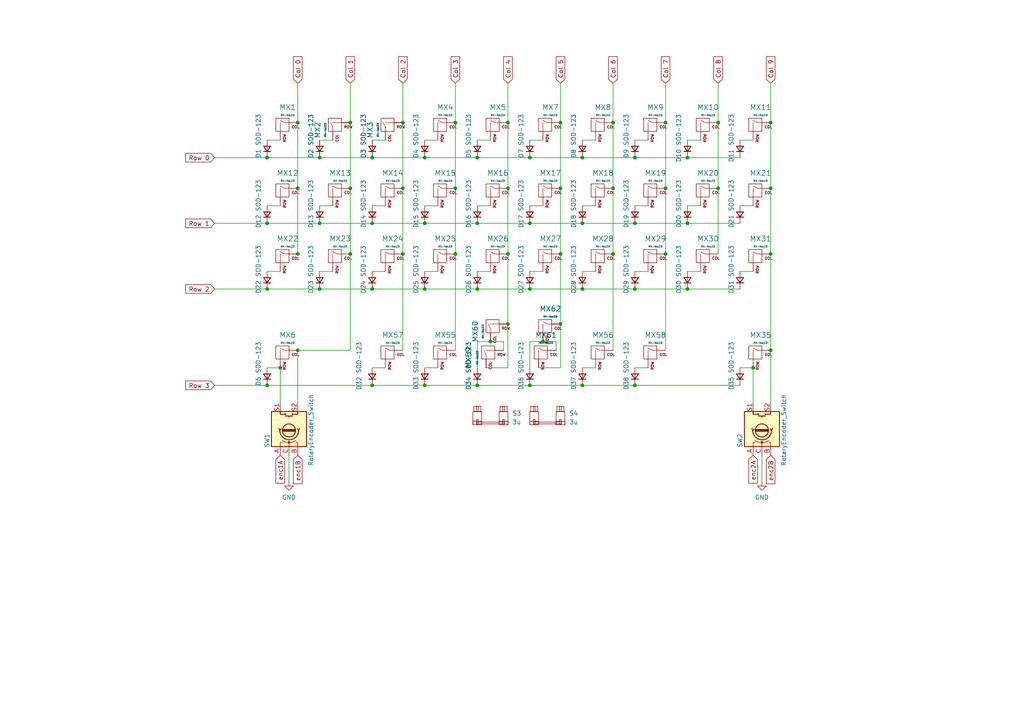
<source format=kicad_sch>
(kicad_sch (version 20230121) (generator eeschema)
  (paper "A4")
  (lib_symbols
    (symbol "Device:D_Small" (pin_numbers hide) (pin_names (offset 0.254) hide)
      (property "Reference" "D" (at -1.27 2.032 0))
      (property "Value" "D_Small" (at -3.81 -2.032 0))
      (symbol "D_Small_0_1"
        (polyline (pts (xy -0.762 -1.016) (xy -0.762 1.016)) (stroke (width 0.254)))
        (polyline (pts (xy -0.762 0) (xy 0.762 0)))
        (polyline (pts (xy 0.762 -1.016) (xy -0.762 0) (xy 0.762 1.016) (xy 0.762 -1.016)) (stroke (width 0.254)))
      )
      (symbol "D_Small_1_1"
        (pin passive line (at -2.54 0 0) (length 1.778) (name "K") (number "1"))
        (pin passive line (at 2.54 0 180) (length 1.778) (name "A") (number "2"))
      )
    )
    (symbol "Device:RotaryEncoder_Switch" (pin_names (offset 0.254) hide)
      (property "Reference" "SW" (at 0 6.604 0))
      (property "Value" "RotaryEncoder_Switch" (at 0 -6.604 0))
      (symbol "RotaryEncoder_Switch_0_1"
        (rectangle (start -5.08 5.08) (end 5.08 -5.08) (stroke (width 0.254)) (fill (type background)))
        (circle (center -3.81 0) (radius 0.254) (fill (type outline)))
        (circle (center -0.381 0) (radius 1.905) (stroke (width 0.254)))
        (arc (start -0.381 2.667) (mid -3.0988 -0.0635) (end -0.381 -2.794) (stroke (width 0.254)))
        (polyline (pts (xy -0.635 -1.778) (xy -0.635 1.778)) (stroke (width 0.254)))
        (polyline (pts (xy -0.381 -1.778) (xy -0.381 1.778)) (stroke (width 0.254)))
        (polyline (pts (xy -0.127 1.778) (xy -0.127 -1.778)) (stroke (width 0.254)))
        (polyline (pts (xy 3.81 0) (xy 3.429 0)) (stroke (width 0.254)))
        (polyline (pts (xy 3.81 1.016) (xy 3.81 -1.016)) (stroke (width 0.254)))
        (polyline (pts (xy -5.08 -2.54) (xy -3.81 -2.54) (xy -3.81 -2.032)))
        (polyline (pts (xy -5.08 2.54) (xy -3.81 2.54) (xy -3.81 2.032)))
        (polyline (pts (xy 0.254 -3.048) (xy -0.508 -2.794) (xy 0.127 -2.413)) (stroke (width 0.254)))
        (polyline (pts (xy 0.254 2.921) (xy -0.508 2.667) (xy 0.127 2.286)) (stroke (width 0.254)))
        (polyline (pts (xy 5.08 -2.54) (xy 4.318 -2.54) (xy 4.318 -1.016)) (stroke (width 0.254)))
        (polyline (pts (xy 5.08 2.54) (xy 4.318 2.54) (xy 4.318 1.016)) (stroke (width 0.254)))
        (polyline (pts (xy -5.08 0) (xy -3.81 0) (xy -3.81 -1.016) (xy -3.302 -2.032)))
        (polyline (pts (xy -4.318 0) (xy -3.81 0) (xy -3.81 1.016) (xy -3.302 2.032)))
        (circle (center 4.318 -1.016) (radius 0.127) (stroke (width 0.254)))
        (circle (center 4.318 1.016) (radius 0.127) (stroke (width 0.254)))
      )
      (symbol "RotaryEncoder_Switch_1_1"
        (pin passive line (at -7.62 2.54 0) (length 2.54) (name "A") (number "A"))
        (pin passive line (at -7.62 -2.54 0) (length 2.54) (name "B") (number "B"))
        (pin passive line (at -7.62 0 0) (length 2.54) (name "C") (number "C"))
        (pin passive line (at 7.62 2.54 180) (length 2.54) (name "S1") (number "S1"))
        (pin passive line (at 7.62 -2.54 180) (length 2.54) (name "S2") (number "S2"))
      )
    )
    (symbol "MX_Alps_Hybrid:MX-NoLED" (pin_names (offset 1.016))
      (property "Reference" "MX" (at -0.635 3.81 0))
      (property "Value" "MX-NoLED" (at -0.635 1.27 0))
      (symbol "MX-NoLED_0_0"
        (rectangle (start -2.54 2.54) (end 1.27 -1.27))
        (polyline (pts (xy -1.27 -1.27) (xy -1.27 1.27)) (stroke (width 0.127)))
        (polyline (pts (xy 1.27 1.27) (xy 0 1.27) (xy -1.27 1.905)) (stroke (width 0.127)))
        (text "COL" (at 3.175 0 0) (effects (font (size 0.762 0.762))))
        (text "ROW" (at 0 -1.905 900) (effects (font (size 0.762 0.762)) (justify right)))
      )
      (symbol "MX-NoLED_1_1"
        (pin passive line (at 3.81 1.27 180) (length 2.54) (name "COL") (number "1"))
        (pin passive line (at -1.27 -3.81 90) (length 2.54) (name "ROW") (number "2"))
      )
    )
    (symbol "PCM_marbastlib-mx:MX_stab" (pin_names (offset 1.016))
      (property "Reference" "S" (at -5.08 6.35 0))
      (property "Value" "MX_stab" (at -5.08 3.81 0))
      (symbol "MX_stab_0_1"
        (rectangle (start -5.08 -1.524) (end -2.54 -2.54))
        (rectangle (start -5.08 1.27) (end -2.54 -2.54))
        (rectangle (start -4.826 2.794) (end -2.794 1.27))
        (rectangle (start -4.064 -2.286) (end -3.556 -1.016))
        (rectangle (start -4.064 -1.778) (end 4.064 -2.286))
        (rectangle (start -4.064 1.27) (end -3.556 2.794))
        (rectangle (start 2.54 -1.524) (end 5.08 -2.54))
        (rectangle (start 2.54 1.27) (end 5.08 -2.54))
        (rectangle (start 2.794 2.794) (end 4.826 1.27))
        (rectangle (start 3.556 1.27) (end 4.064 2.794))
        (rectangle (start 4.064 -2.286) (end 3.556 -1.016))
      )
    )
    (symbol "power:GND" (power) (pin_names (offset 0))
      (property "Value" "GND" (at 0 -3.81 0))
      (symbol "GND_0_1"
        (polyline (pts (xy 0 0) (xy 0 -1.27) (xy 1.27 -1.27) (xy 0 -2.54) (xy -1.27 -1.27) (xy 0 -1.27)))
      )
      (symbol "GND_1_1"
        (pin power_in line (at 0 0 270) (length 0) hide (name "GND") (number "1"))
      )
    )
  )
  (junction (at 168.91 111.76))
  (junction (at 184.15 64.77))
  (junction (at 199.39 45.72))
  (junction (at 138.43 45.72))
  (junction (at 208.28 35.56))
  (junction (at 107.95 111.76))
  (junction (at 92.71 64.77))
  (junction (at 86.36 101.6))
  (junction (at 107.95 83.82))
  (junction (at 116.84 35.56))
  (junction (at 147.32 35.56))
  (junction (at 101.6 73.66))
  (junction (at 162.56 73.66))
  (junction (at 132.08 73.66))
  (junction (at 147.32 54.61))
  (junction (at 199.39 64.77))
  (junction (at 153.67 45.72))
  (junction (at 168.91 45.72))
  (junction (at 77.47 83.82))
  (junction (at 142.24 99.06))
  (junction (at 92.71 45.72))
  (junction (at 162.56 35.56))
  (junction (at 157.48 99.06))
  (junction (at 193.04 35.56))
  (junction (at 199.39 83.82))
  (junction (at 86.36 73.66))
  (junction (at 77.47 64.77))
  (junction (at 162.56 93.98))
  (junction (at 81.28 106.68))
  (junction (at 107.95 64.77))
  (junction (at 123.19 64.77))
  (junction (at 116.84 73.66))
  (junction (at 123.19 45.72))
  (junction (at 153.67 111.76))
  (junction (at 92.71 83.82))
  (junction (at 184.15 83.82))
  (junction (at 223.52 73.66))
  (junction (at 147.32 93.98))
  (junction (at 147.32 73.66))
  (junction (at 153.67 64.77))
  (junction (at 218.44 106.68))
  (junction (at 86.36 35.56))
  (junction (at 168.91 83.82))
  (junction (at 132.08 35.56))
  (junction (at 123.19 83.82))
  (junction (at 223.52 35.56))
  (junction (at 77.47 45.72))
  (junction (at 193.04 54.61))
  (junction (at 223.52 54.61))
  (junction (at 168.91 64.77))
  (junction (at 177.8 35.56))
  (junction (at 208.28 54.61))
  (junction (at 77.47 111.76))
  (junction (at 138.43 83.82))
  (junction (at 193.04 73.66))
  (junction (at 153.67 83.82))
  (junction (at 162.56 54.61))
  (junction (at 101.6 54.61))
  (junction (at 184.15 45.72))
  (junction (at 138.43 64.77))
  (junction (at 101.6 35.56))
  (junction (at 223.52 101.6))
  (junction (at 116.84 54.61))
  (junction (at 86.36 54.61))
  (junction (at 138.43 111.76))
  (junction (at 177.8 73.66))
  (junction (at 184.15 111.76))
  (junction (at 123.19 111.76))
  (junction (at 132.08 54.61))
  (junction (at 107.95 45.72))
  (junction (at 177.8 54.61))
  (wire (pts (xy 138.43 111.76) (xy 153.67 111.76)))
  (wire (pts (xy 208.28 54.61) (xy 208.28 73.66)))
  (wire (pts (xy 101.6 101.6) (xy 86.36 101.6)))
  (wire (pts (xy 184.15 106.68) (xy 187.96 106.68)))
  (wire (pts (xy 153.67 99.06) (xy 153.67 106.68)))
  (wire (pts (xy 92.71 83.82) (xy 107.95 83.82)))
  (wire (pts (xy 116.84 24.13) (xy 116.84 35.56)))
  (wire (pts (xy 162.56 73.66) (xy 162.56 93.98)))
  (wire (pts (xy 123.19 40.64) (xy 127 40.64)))
  (wire (pts (xy 138.43 78.74) (xy 142.24 78.74)))
  (wire (pts (xy 132.08 54.61) (xy 132.08 73.66)))
  (wire (pts (xy 161.29 99.06) (xy 161.29 101.6)))
  (wire (pts (xy 83.82 132.08) (xy 83.82 139.7)))
  (wire (pts (xy 168.91 83.82) (xy 184.15 83.82)))
  (wire (pts (xy 107.95 83.82) (xy 123.19 83.82)))
  (wire (pts (xy 132.08 24.13) (xy 132.08 35.56)))
  (wire (pts (xy 156.21 106.68) (xy 162.56 106.68)))
  (wire (pts (xy 153.67 59.69) (xy 157.48 59.69)))
  (wire (pts (xy 223.52 101.6) (xy 223.52 116.84)))
  (wire (pts (xy 223.52 24.13) (xy 223.52 35.56)))
  (wire (pts (xy 147.32 54.61) (xy 147.32 73.66)))
  (wire (pts (xy 193.04 54.61) (xy 193.04 73.66)))
  (wire (pts (xy 153.67 111.76) (xy 168.91 111.76)))
  (wire (pts (xy 177.8 54.61) (xy 177.8 73.66)))
  (wire (pts (xy 123.19 83.82) (xy 138.43 83.82)))
  (wire (pts (xy 214.63 78.74) (xy 218.44 78.74)))
  (wire (pts (xy 92.71 78.74) (xy 96.52 78.74)))
  (wire (pts (xy 101.6 24.13) (xy 101.6 35.56)))
  (wire (pts (xy 214.63 40.64) (xy 218.44 40.64)))
  (wire (pts (xy 107.95 45.72) (xy 123.19 45.72)))
  (wire (pts (xy 168.91 45.72) (xy 184.15 45.72)))
  (wire (pts (xy 146.05 99.06) (xy 146.05 101.6)))
  (wire (pts (xy 77.47 59.69) (xy 81.28 59.69)))
  (wire (pts (xy 132.08 73.66) (xy 132.08 101.6)))
  (wire (pts (xy 214.63 64.77) (xy 199.39 64.77)))
  (wire (pts (xy 116.84 54.61) (xy 116.84 73.66)))
  (wire (pts (xy 199.39 45.72) (xy 214.63 45.72)))
  (wire (pts (xy 162.56 54.61) (xy 162.56 73.66)))
  (wire (pts (xy 214.63 59.69) (xy 218.44 59.69)))
  (wire (pts (xy 184.15 45.72) (xy 199.39 45.72)))
  (wire (pts (xy 157.48 99.06) (xy 161.29 99.06)))
  (wire (pts (xy 138.43 99.06) (xy 138.43 106.68)))
  (wire (pts (xy 168.91 106.68) (xy 172.72 106.68)))
  (wire (pts (xy 199.39 78.74) (xy 203.2 78.74)))
  (wire (pts (xy 138.43 40.64) (xy 142.24 40.64)))
  (wire (pts (xy 62.23 45.72) (xy 77.47 45.72)))
  (wire (pts (xy 193.04 35.56) (xy 193.04 54.61)))
  (wire (pts (xy 123.19 59.69) (xy 127 59.69)))
  (wire (pts (xy 123.19 106.68) (xy 127 106.68)))
  (wire (pts (xy 168.91 40.64) (xy 172.72 40.64)))
  (wire (pts (xy 86.36 54.61) (xy 86.36 73.66)))
  (wire (pts (xy 107.95 106.68) (xy 111.76 106.68)))
  (wire (pts (xy 162.56 35.56) (xy 162.56 54.61)))
  (wire (pts (xy 153.67 78.74) (xy 157.48 78.74)))
  (wire (pts (xy 153.67 40.64) (xy 157.48 40.64)))
  (wire (pts (xy 77.47 83.82) (xy 92.71 83.82)))
  (wire (pts (xy 153.67 99.06) (xy 157.48 99.06)))
  (wire (pts (xy 177.8 35.56) (xy 177.8 54.61)))
  (wire (pts (xy 123.19 78.74) (xy 127 78.74)))
  (wire (pts (xy 199.39 64.77) (xy 184.15 64.77)))
  (wire (pts (xy 92.71 64.77) (xy 77.47 64.77)))
  (wire (pts (xy 116.84 73.66) (xy 116.84 101.6)))
  (wire (pts (xy 193.04 73.66) (xy 193.04 101.6)))
  (wire (pts (xy 177.8 73.66) (xy 177.8 101.6)))
  (wire (pts (xy 184.15 78.74) (xy 187.96 78.74)))
  (wire (pts (xy 162.56 24.13) (xy 162.56 35.56)))
  (wire (pts (xy 223.52 73.66) (xy 223.52 101.6)))
  (wire (pts (xy 184.15 111.76) (xy 168.91 111.76)))
  (wire (pts (xy 86.36 35.56) (xy 86.36 54.61)))
  (wire (pts (xy 132.08 35.56) (xy 132.08 54.61)))
  (wire (pts (xy 86.36 24.13) (xy 86.36 35.56)))
  (wire (pts (xy 116.84 35.56) (xy 116.84 54.61)))
  (wire (pts (xy 218.44 106.68) (xy 218.44 116.84)))
  (wire (pts (xy 142.24 99.06) (xy 146.05 99.06)))
  (wire (pts (xy 138.43 59.69) (xy 142.24 59.69)))
  (wire (pts (xy 123.19 45.72) (xy 138.43 45.72)))
  (wire (pts (xy 138.43 99.06) (xy 142.24 99.06)))
  (wire (pts (xy 123.19 64.77) (xy 107.95 64.77)))
  (wire (pts (xy 177.8 24.13) (xy 177.8 35.56)))
  (wire (pts (xy 92.71 45.72) (xy 107.95 45.72)))
  (wire (pts (xy 62.23 64.77) (xy 77.47 64.77)))
  (wire (pts (xy 77.47 40.64) (xy 81.28 40.64)))
  (wire (pts (xy 107.95 78.74) (xy 111.76 78.74)))
  (wire (pts (xy 77.47 45.72) (xy 92.71 45.72)))
  (wire (pts (xy 162.56 93.98) (xy 162.56 106.68)))
  (wire (pts (xy 62.23 83.82) (xy 77.47 83.82)))
  (wire (pts (xy 77.47 111.76) (xy 107.95 111.76)))
  (wire (pts (xy 208.28 24.13) (xy 208.28 35.56)))
  (wire (pts (xy 184.15 40.64) (xy 187.96 40.64)))
  (wire (pts (xy 184.15 83.82) (xy 199.39 83.82)))
  (wire (pts (xy 147.32 24.13) (xy 147.32 35.56)))
  (wire (pts (xy 92.71 59.69) (xy 96.52 59.69)))
  (wire (pts (xy 77.47 106.68) (xy 81.28 106.68)))
  (wire (pts (xy 140.97 106.68) (xy 147.32 106.68)))
  (wire (pts (xy 153.67 45.72) (xy 168.91 45.72)))
  (wire (pts (xy 223.52 54.61) (xy 223.52 73.66)))
  (wire (pts (xy 123.19 111.76) (xy 138.43 111.76)))
  (wire (pts (xy 193.04 24.13) (xy 193.04 35.56)))
  (wire (pts (xy 184.15 64.77) (xy 168.91 64.77)))
  (wire (pts (xy 101.6 73.66) (xy 101.6 101.6)))
  (wire (pts (xy 107.95 111.76) (xy 123.19 111.76)))
  (wire (pts (xy 138.43 83.82) (xy 153.67 83.82)))
  (wire (pts (xy 86.36 101.6) (xy 86.36 116.84)))
  (wire (pts (xy 62.23 111.76) (xy 77.47 111.76)))
  (wire (pts (xy 92.71 40.64) (xy 96.52 40.64)))
  (wire (pts (xy 199.39 59.69) (xy 203.2 59.69)))
  (wire (pts (xy 214.63 106.68) (xy 218.44 106.68)))
  (wire (pts (xy 223.52 35.56) (xy 223.52 54.61)))
  (wire (pts (xy 184.15 111.76) (xy 214.63 111.76)))
  (wire (pts (xy 147.32 93.98) (xy 147.32 106.68)))
  (wire (pts (xy 168.91 59.69) (xy 172.72 59.69)))
  (wire (pts (xy 168.91 64.77) (xy 153.67 64.77)))
  (wire (pts (xy 138.43 64.77) (xy 153.67 64.77)))
  (wire (pts (xy 85.09 73.66) (xy 86.36 73.66)))
  (wire (pts (xy 184.15 59.69) (xy 187.96 59.69)))
  (wire (pts (xy 208.28 35.56) (xy 208.28 54.61)))
  (wire (pts (xy 138.43 45.72) (xy 153.67 45.72)))
  (wire (pts (xy 101.6 35.56) (xy 101.6 54.61)))
  (wire (pts (xy 199.39 40.64) (xy 203.2 40.64)))
  (wire (pts (xy 107.95 59.69) (xy 111.76 59.69)))
  (wire (pts (xy 220.98 132.08) (xy 220.98 139.7)))
  (wire (pts (xy 107.95 64.77) (xy 92.71 64.77)))
  (wire (pts (xy 199.39 83.82) (xy 214.63 83.82)))
  (wire (pts (xy 147.32 73.66) (xy 147.32 93.98)))
  (wire (pts (xy 101.6 54.61) (xy 101.6 73.66)))
  (wire (pts (xy 138.43 64.77) (xy 123.19 64.77)))
  (wire (pts (xy 107.95 40.64) (xy 111.76 40.64)))
  (wire (pts (xy 147.32 35.56) (xy 147.32 54.61)))
  (wire (pts (xy 81.28 106.68) (xy 81.28 116.84)))
  (wire (pts (xy 77.47 78.74) (xy 81.28 78.74)))
  (wire (pts (xy 168.91 78.74) (xy 172.72 78.74)))
  (wire (pts (xy 153.67 83.82) (xy 168.91 83.82)))
  (global_label "enc1B" (shape input) (at 86.36 132.08 270) (property "Intersheetrefs" "${INTERSHEET_REFS}" (effects hide)))
  (global_label "Col 3" (shape input) (at 132.08 24.13 90) (property "Intersheetrefs" "${INTERSHEET_REFS}" (effects hide)))
  (global_label "Col 0" (shape input) (at 86.36 24.13 90) (property "Intersheetrefs" "${INTERSHEET_REFS}" (effects hide)))
  (global_label "Row 0" (shape input) (at 62.23 45.72 180) (property "Intersheetrefs" "${INTERSHEET_REFS}" (effects hide)))
  (global_label "Col 4" (shape input) (at 147.32 24.13 90) (property "Intersheetrefs" "${INTERSHEET_REFS}" (effects hide)))
  (global_label "Row 2" (shape input) (at 62.23 83.82 180) (property "Intersheetrefs" "${INTERSHEET_REFS}" (effects hide)))
  (global_label "Row 1" (shape input) (at 62.23 64.77 180) (property "Intersheetrefs" "${INTERSHEET_REFS}" (effects hide)))
  (global_label "Col 6" (shape input) (at 177.8 24.13 90) (property "Intersheetrefs" "${INTERSHEET_REFS}" (effects hide)))
  (global_label "Col 2" (shape input) (at 116.84 24.13 90) (property "Intersheetrefs" "${INTERSHEET_REFS}" (effects hide)))
  (global_label "enc2B" (shape input) (at 223.52 132.08 270) (property "Intersheetrefs" "${INTERSHEET_REFS}" (effects hide)))
  (global_label "Row 3" (shape input) (at 62.23 111.76 180) (property "Intersheetrefs" "${INTERSHEET_REFS}" (effects hide)))
  (global_label "Col 7" (shape input) (at 193.04 24.13 90) (property "Intersheetrefs" "${INTERSHEET_REFS}" (effects hide)))
  (global_label "enc2A" (shape input) (at 218.44 132.08 270) (property "Intersheetrefs" "${INTERSHEET_REFS}" (effects hide)))
  (global_label "Col 5" (shape input) (at 162.56 24.13 90) (property "Intersheetrefs" "${INTERSHEET_REFS}" (effects hide)))
  (global_label "Col 1" (shape input) (at 101.6 24.13 90) (property "Intersheetrefs" "${INTERSHEET_REFS}" (effects hide)))
  (global_label "Col 9" (shape input) (at 223.52 24.13 90) (property "Intersheetrefs" "${INTERSHEET_REFS}" (effects hide)))
  (global_label "Col 8" (shape input) (at 208.28 24.13 90) (property "Intersheetrefs" "${INTERSHEET_REFS}" (effects hide)))
  (global_label "enc1A" (shape input) (at 81.28 132.08 270) (property "Intersheetrefs" "${INTERSHEET_REFS}" (effects hide)))
  (symbol (lib_id "Device:D_Small") (at 199.39 62.23 90) (unit 1)
    (property "Reference" "D20" (at 196.85 62.23 0) (effects (justify right)))
    (property "Value" "SOD-123" (at 196.85 52.07 0) (effects (justify right)))
    (property "Footprint" "Diode_SMD:D_SOD-123" (effects hide))
  )
  (symbol (lib_id "Device:D_Small") (at 184.15 43.18 90) (unit 1)
    (property "Reference" "D9" (at 181.61 43.18 0) (effects (justify right)))
    (property "Value" "SOD-123" (at 181.61 33.02 0) (effects (justify right)))
    (property "Footprint" "Diode_SMD:D_SOD-123" (effects hide))
  )
  (symbol (lib_id "Device:D_Small") (at 168.91 43.18 90) (unit 1)
    (property "Reference" "D8" (at 166.37 43.18 0) (effects (justify right)))
    (property "Value" "SOD-123" (at 166.37 33.02 0) (effects (justify right)))
    (property "Footprint" "Diode_SMD:D_SOD-123" (effects hide))
  )
  (symbol (lib_id "MX_Alps_Hybrid:MX-NoLED") (at 219.71 55.88 0) (unit 1)
    (property "Reference" "MX21" (at 220.5956 50.1865 0) (effects (font (size 1.524 1.524))))
    (property "Value" "MX-NoLED" (at 220.5956 52.4571 0) (effects (font (size 0.508 0.508))))
    (property "Footprint" "PCM_marbastlib-mx:SW_MX_HS_1u" (effects hide))
  )
  (symbol (lib_id "Device:D_Small") (at 92.71 62.23 90) (unit 1)
    (property "Reference" "D13" (at 90.17 62.23 0) (effects (justify right)))
    (property "Value" "SOD-123" (at 90.17 52.07 0) (effects (justify right)))
    (property "Footprint" "Diode_SMD:D_SOD-123" (effects hide))
  )
  (symbol (lib_id "Device:D_Small") (at 77.47 62.23 90) (unit 1)
    (property "Reference" "D12" (at 74.93 62.23 0) (effects (justify right)))
    (property "Value" "SOD-123" (at 74.93 52.07 0) (effects (justify right)))
    (property "Footprint" "Diode_SMD:D_SOD-123" (effects hide))
  )
  (symbol (lib_id "MX_Alps_Hybrid:MX-NoLED") (at 158.75 95.25 0) (unit 1)
    (property "Reference" "MX62" (at 159.6356 89.5565 0) (effects (font (size 1.524 1.524))))
    (property "Value" "MX-NoLED" (at 159.6356 91.8271 0) (effects (font (size 0.508 0.508))))
    (property "Footprint" "PCM_marbastlib-mx:SW_MX_HS_1u" (effects hide))
  )
  (symbol (lib_id "MX_Alps_Hybrid:MX-NoLED") (at 97.79 74.93 0) (unit 1)
    (property "Reference" "MX23" (at 98.6756 69.2365 0) (effects (font (size 1.524 1.524))))
    (property "Value" "MX-NoLED" (at 98.6756 71.5071 0) (effects (font (size 0.508 0.508))))
    (property "Footprint" "PCM_marbastlib-mx:SW_MX_HS_1u" (effects hide))
  )
  (symbol (lib_id "MX_Alps_Hybrid:MX-NoLED") (at 82.55 36.83 0) (unit 1)
    (property "Reference" "MX1" (at 83.4356 31.1365 0) (effects (font (size 1.524 1.524))))
    (property "Value" "MX-NoLED" (at 83.4356 33.4071 0) (effects (font (size 0.508 0.508))))
    (property "Footprint" "PCM_marbastlib-mx:SW_MX_HS_1u" (effects hide))
  )
  (symbol (lib_id "Device:D_Small") (at 184.15 62.23 90) (unit 1)
    (property "Reference" "D19" (at 181.61 62.23 0) (effects (justify right)))
    (property "Value" "SOD-123" (at 181.61 52.07 0) (effects (justify right)))
    (property "Footprint" "Diode_SMD:D_SOD-123" (effects hide))
  )
  (symbol (lib_id "MX_Alps_Hybrid:MX-NoLED") (at 143.51 55.88 0) (unit 1)
    (property "Reference" "MX16" (at 144.3956 50.1865 0) (effects (font (size 1.524 1.524))))
    (property "Value" "MX-NoLED" (at 144.3956 52.4571 0) (effects (font (size 0.508 0.508))))
    (property "Footprint" "PCM_marbastlib-mx:SW_MX_HS_1u" (effects hide))
  )
  (symbol (lib_id "MX_Alps_Hybrid:MX-NoLED") (at 82.55 55.88 0) (unit 1)
    (property "Reference" "MX12" (at 83.4356 50.1865 0) (effects (font (size 1.524 1.524))))
    (property "Value" "MX-NoLED" (at 83.4356 52.4571 0) (effects (font (size 0.508 0.508))))
    (property "Footprint" "PCM_marbastlib-mx:SW_MX_HS_1u" (effects hide))
  )
  (symbol (lib_id "Device:D_Small") (at 199.39 43.18 90) (unit 1)
    (property "Reference" "D10" (at 196.85 43.18 0) (effects (justify right)))
    (property "Value" "SOD-123" (at 196.85 33.02 0) (effects (justify right)))
    (property "Footprint" "Diode_SMD:D_SOD-123" (effects hide))
  )
  (symbol (lib_id "MX_Alps_Hybrid:MX-NoLED") (at 219.71 36.83 0) (unit 1)
    (property "Reference" "MX11" (at 220.5956 31.1365 0) (effects (font (size 1.524 1.524))))
    (property "Value" "MX-NoLED" (at 220.5956 33.4071 0) (effects (font (size 0.508 0.508))))
    (property "Footprint" "PCM_marbastlib-mx:SW_MX_HS_1u" (effects hide))
  )
  (symbol (lib_id "MX_Alps_Hybrid:MX-NoLED") (at 142.24 102.87 90) (mirror x) (unit 1)
    (property "Reference" "MX59" (at 135.89 103.7532 0) (effects (font (size 1.524 1.524))))
    (property "Value" "MX-NoLED" (at 138.43 103.7532 0) (effects (font (size 0.508 0.508))))
    (property "Footprint" "PCM_marbastlib-mx:SW_MX_HS_1u" (effects hide))
  )
  (symbol (lib_id "Device:D_Small") (at 123.19 43.18 90) (unit 1)
    (property "Reference" "D4" (at 120.65 43.18 0) (effects (justify right)))
    (property "Value" "SOD-123" (at 120.65 33.02 0) (effects (justify right)))
    (property "Footprint" "Diode_SMD:D_SOD-123" (effects hide))
  )
  (symbol (lib_id "Device:D_Small") (at 107.95 62.23 90) (unit 1)
    (property "Reference" "D14" (at 105.41 62.23 0) (effects (justify right)))
    (property "Value" "SOD-123" (at 105.41 52.07 0) (effects (justify right)))
    (property "Footprint" "Diode_SMD:D_SOD-123" (effects hide))
  )
  (symbol (lib_id "Device:D_Small") (at 77.47 43.18 90) (unit 1)
    (property "Reference" "D1" (at 74.93 43.18 0) (effects (justify right)))
    (property "Value" "SOD-123" (at 74.93 33.02 0) (effects (justify right)))
    (property "Footprint" "Diode_SMD:D_SOD-123" (effects hide))
  )
  (symbol (lib_id "MX_Alps_Hybrid:MX-NoLED") (at 204.47 36.83 0) (unit 1)
    (property "Reference" "MX10" (at 205.3556 31.1365 0) (effects (font (size 1.524 1.524))))
    (property "Value" "MX-NoLED" (at 205.3556 33.4071 0) (effects (font (size 0.508 0.508))))
    (property "Footprint" "PCM_marbastlib-mx:SW_MX_HS_1u" (effects hide))
  )
  (symbol (lib_id "Device:RotaryEncoder_Switch") (at 220.98 124.46 90) (unit 1)
    (property "Reference" "SW2" (at 214.63 125.73 0) (effects (justify right)))
    (property "Value" "RotaryEncoder_Switch" (at 227.33 114.3 0) (effects (justify right)))
    (property "Footprint" "Rotary_Encoder:RotaryEncoder_Alps_EC11E-Switch_Vertical_H20mm" (effects hide))
  )
  (symbol (lib_id "PCM_marbastlib-mx:MX_stab") (at 142.24 120.65 0) (unit 1)
    (property "Reference" "S3" (at 148.59 119.888 0) (effects (justify left)))
    (property "Value" "3u" (at 148.59 122.428 0) (effects (justify left)))
    (property "Footprint" "PCM_marbastlib-mx:STAB_MX_P_3u" (effects hide))
  )
  (symbol (lib_id "MX_Alps_Hybrid:MX-NoLED") (at 158.75 55.88 0) (unit 1)
    (property "Reference" "MX17" (at 159.6356 50.1865 0) (effects (font (size 1.524 1.524))))
    (property "Value" "MX-NoLED" (at 159.6356 52.4571 0) (effects (font (size 0.508 0.508))))
    (property "Footprint" "PCM_marbastlib-mx:SW_MX_HS_1u" (effects hide))
  )
  (symbol (lib_id "Device:D_Small") (at 77.47 81.28 90) (unit 1)
    (property "Reference" "D22" (at 74.93 81.28 0) (effects (justify right)))
    (property "Value" "SOD-123" (at 74.93 71.12 0) (effects (justify right)))
    (property "Footprint" "Diode_SMD:D_SOD-123" (effects hide))
  )
  (symbol (lib_id "Device:D_Small") (at 138.43 81.28 90) (unit 1)
    (property "Reference" "D26" (at 135.89 81.28 0) (effects (justify right)))
    (property "Value" "SOD-123" (at 135.89 71.12 0) (effects (justify right)))
    (property "Footprint" "Diode_SMD:D_SOD-123" (effects hide))
  )
  (symbol (lib_id "Device:D_Small") (at 153.67 43.18 90) (unit 1)
    (property "Reference" "D7" (at 151.13 43.18 0) (effects (justify right)))
    (property "Value" "SOD-123" (at 151.13 33.02 0) (effects (justify right)))
    (property "Footprint" "Diode_SMD:D_SOD-123" (effects hide))
  )
  (symbol (lib_id "Device:D_Small") (at 214.63 81.28 90) (unit 1)
    (property "Reference" "D31" (at 212.09 81.28 0) (effects (justify right)))
    (property "Value" "SOD-123" (at 212.09 71.12 0) (effects (justify right)))
    (property "Footprint" "Diode_SMD:D_SOD-123" (effects hide))
  )
  (symbol (lib_id "MX_Alps_Hybrid:MX-NoLED") (at 189.23 74.93 0) (unit 1)
    (property "Reference" "MX29" (at 190.1156 69.2365 0) (effects (font (size 1.524 1.524))))
    (property "Value" "MX-NoLED" (at 190.1156 71.5071 0) (effects (font (size 0.508 0.508))))
    (property "Footprint" "PCM_marbastlib-mx:SW_MX_HS_1u" (effects hide))
  )
  (symbol (lib_id "PCM_marbastlib-mx:MX_stab") (at 158.75 120.65 0) (unit 1)
    (property "Reference" "S4" (at 165.1 119.888 0) (effects (justify left)))
    (property "Value" "3u" (at 165.1 122.428 0) (effects (justify left)))
    (property "Footprint" "PCM_marbastlib-mx:STAB_MX_P_3u" (effects hide))
  )
  (symbol (lib_id "MX_Alps_Hybrid:MX-NoLED") (at 189.23 55.88 0) (unit 1)
    (property "Reference" "MX19" (at 190.1156 50.1865 0) (effects (font (size 1.524 1.524))))
    (property "Value" "MX-NoLED" (at 190.1156 52.4571 0) (effects (font (size 0.508 0.508))))
    (property "Footprint" "PCM_marbastlib-mx:SW_MX_HS_1u" (effects hide))
  )
  (symbol (lib_id "MX_Alps_Hybrid:MX-NoLED") (at 157.48 102.87 0) (unit 1)
    (property "Reference" "MX61" (at 158.3656 97.1765 0) (effects (font (size 1.524 1.524))))
    (property "Value" "MX-NoLED" (at 158.3656 99.4471 0) (effects (font (size 0.508 0.508))))
    (property "Footprint" "PCM_marbastlib-mx:SW_MX_HS_1u" (effects hide))
  )
  (symbol (lib_id "MX_Alps_Hybrid:MX-NoLED") (at 143.51 36.83 0) (unit 1)
    (property "Reference" "MX5" (at 144.3956 31.1365 0) (effects (font (size 1.524 1.524))))
    (property "Value" "MX-NoLED" (at 144.3956 33.4071 0) (effects (font (size 0.508 0.508))))
    (property "Footprint" "PCM_marbastlib-mx:SW_MX_HS_1u" (effects hide))
  )
  (symbol (lib_id "Device:D_Small") (at 214.63 109.22 90) (unit 1)
    (property "Reference" "D35" (at 212.09 109.22 0) (effects (justify right)))
    (property "Value" "SOD-123" (at 212.09 99.06 0) (effects (justify right)))
    (property "Footprint" "Diode_SMD:D_SOD-123" (effects hide))
  )
  (symbol (lib_id "MX_Alps_Hybrid:MX-NoLED") (at 113.03 36.83 90) (mirror x) (unit 1)
    (property "Reference" "MX3" (at 107.3365 37.7156 0) (effects (font (size 1.524 1.524))))
    (property "Value" "MX-NoLED" (at 109.6071 37.7156 0) (effects (font (size 0.508 0.508))))
    (property "Footprint" "PCM_marbastlib-mx:SW_MX_HS_1u" (effects hide))
  )
  (symbol (lib_id "Device:D_Small") (at 168.91 109.22 90) (unit 1)
    (property "Reference" "D37" (at 166.37 109.22 0) (effects (justify right)))
    (property "Value" "SOD-123" (at 166.37 99.06 0) (effects (justify right)))
    (property "Footprint" "Diode_SMD:D_SOD-123" (effects hide))
  )
  (symbol (lib_id "Device:D_Small") (at 214.63 43.18 90) (unit 1)
    (property "Reference" "D11" (at 212.09 43.18 0) (effects (justify right)))
    (property "Value" "SOD-123" (at 212.09 33.02 0) (effects (justify right)))
    (property "Footprint" "Diode_SMD:D_SOD-123" (effects hide))
  )
  (symbol (lib_id "Device:D_Small") (at 77.47 109.22 90) (unit 1)
    (property "Reference" "D6" (at 74.93 109.22 0) (effects (justify right)))
    (property "Value" "SOD-123" (at 74.93 99.06 0) (effects (justify right)))
    (property "Footprint" "Diode_SMD:D_SOD-123" (effects hide))
  )
  (symbol (lib_id "Device:D_Small") (at 168.91 62.23 90) (unit 1)
    (property "Reference" "D18" (at 166.37 62.23 0) (effects (justify right)))
    (property "Value" "SOD-123" (at 166.37 52.07 0) (effects (justify right)))
    (property "Footprint" "Diode_SMD:D_SOD-123" (effects hide))
  )
  (symbol (lib_id "Device:D_Small") (at 92.71 43.18 90) (unit 1)
    (property "Reference" "D2" (at 90.17 43.18 0) (effects (justify right)))
    (property "Value" "SOD-123" (at 90.17 33.02 0) (effects (justify right)))
    (property "Footprint" "Diode_SMD:D_SOD-123" (effects hide))
  )
  (symbol (lib_id "MX_Alps_Hybrid:MX-NoLED") (at 189.23 102.87 0) (unit 1)
    (property "Reference" "MX58" (at 190.1156 97.1765 0) (effects (font (size 1.524 1.524))))
    (property "Value" "MX-NoLED" (at 190.1156 99.4471 0) (effects (font (size 0.508 0.508))))
    (property "Footprint" "PCM_marbastlib-mx:SW_MX_HS_1.25u" (effects hide))
  )
  (symbol (lib_id "MX_Alps_Hybrid:MX-NoLED") (at 219.71 74.93 0) (unit 1)
    (property "Reference" "MX31" (at 220.5956 69.2365 0) (effects (font (size 1.524 1.524))))
    (property "Value" "MX-NoLED" (at 220.5956 71.5071 0) (effects (font (size 0.508 0.508))))
    (property "Footprint" "PCM_marbastlib-mx:SW_MX_HS_1u" (effects hide))
  )
  (symbol (lib_id "MX_Alps_Hybrid:MX-NoLED") (at 113.03 55.88 0) (unit 1)
    (property "Reference" "MX14" (at 113.9156 50.1865 0) (effects (font (size 1.524 1.524))))
    (property "Value" "MX-NoLED" (at 113.9156 52.4571 0) (effects (font (size 0.508 0.508))))
    (property "Footprint" "PCM_marbastlib-mx:SW_MX_HS_1u" (effects hide))
  )
  (symbol (lib_id "MX_Alps_Hybrid:MX-NoLED") (at 97.79 55.88 0) (unit 1)
    (property "Reference" "MX13" (at 98.6756 50.1865 0) (effects (font (size 1.524 1.524))))
    (property "Value" "MX-NoLED" (at 98.6756 52.4571 0) (effects (font (size 0.508 0.508))))
    (property "Footprint" "PCM_marbastlib-mx:SW_MX_HS_1u" (effects hide))
  )
  (symbol (lib_id "power:GND") (at 83.82 139.7 0) (unit 1)
    (property "Reference" "#PWR0101" (effects hide))
    (property "Value" "GND" (at 83.82 144.2625 0))
  )
  (symbol (lib_id "Device:D_Small") (at 138.43 62.23 90) (unit 1)
    (property "Reference" "D16" (at 135.89 62.23 0) (effects (justify right)))
    (property "Value" "SOD-123" (at 135.89 52.07 0) (effects (justify right)))
    (property "Footprint" "Diode_SMD:D_SOD-123" (effects hide))
  )
  (symbol (lib_id "MX_Alps_Hybrid:MX-NoLED") (at 128.27 55.88 0) (unit 1)
    (property "Reference" "MX15" (at 129.1556 50.1865 0) (effects (font (size 1.524 1.524))))
    (property "Value" "MX-NoLED" (at 129.1556 52.4571 0) (effects (font (size 0.508 0.508))))
    (property "Footprint" "PCM_marbastlib-mx:SW_MX_HS_1u" (effects hide))
  )
  (symbol (lib_id "Device:D_Small") (at 214.63 62.23 90) (unit 1)
    (property "Reference" "D21" (at 212.09 62.23 0) (effects (justify right)))
    (property "Value" "SOD-123" (at 212.09 52.07 0) (effects (justify right)))
    (property "Footprint" "Diode_SMD:D_SOD-123" (effects hide))
  )
  (symbol (lib_id "MX_Alps_Hybrid:MX-NoLED") (at 173.99 102.87 0) (unit 1)
    (property "Reference" "MX56" (at 174.8756 97.1765 0) (effects (font (size 1.524 1.524))))
    (property "Value" "MX-NoLED" (at 174.8756 99.4471 0) (effects (font (size 0.508 0.508))))
    (property "Footprint" "PCM_marbastlib-mx:SW_MX_HS_1u" (effects hide))
  )
  (symbol (lib_id "MX_Alps_Hybrid:MX-NoLED") (at 113.03 102.87 0) (unit 1)
    (property "Reference" "MX57" (at 113.9156 97.1765 0) (effects (font (size 1.524 1.524))))
    (property "Value" "MX-NoLED" (at 113.9156 99.4471 0) (effects (font (size 0.508 0.508))))
    (property "Footprint" "PCM_marbastlib-mx:SW_MX_HS_1.25u" (effects hide))
  )
  (symbol (lib_id "Device:D_Small") (at 107.95 43.18 90) (unit 1)
    (property "Reference" "D3" (at 105.41 43.18 0) (effects (justify right)))
    (property "Value" "SOD-123" (at 105.41 33.02 0) (effects (justify right)))
    (property "Footprint" "Diode_SMD:D_SOD-123" (effects hide))
  )
  (symbol (lib_id "Device:D_Small") (at 168.91 81.28 90) (unit 1)
    (property "Reference" "D28" (at 166.37 81.28 0) (effects (justify right)))
    (property "Value" "SOD-123" (at 166.37 71.12 0) (effects (justify right)))
    (property "Footprint" "Diode_SMD:D_SOD-123" (effects hide))
  )
  (symbol (lib_id "Device:D_Small") (at 184.15 81.28 90) (unit 1)
    (property "Reference" "D29" (at 181.61 81.28 0) (effects (justify right)))
    (property "Value" "SOD-123" (at 181.61 71.12 0) (effects (justify right)))
    (property "Footprint" "Diode_SMD:D_SOD-123" (effects hide))
  )
  (symbol (lib_id "Device:D_Small") (at 153.67 62.23 90) (unit 1)
    (property "Reference" "D17" (at 151.13 62.23 0) (effects (justify right)))
    (property "Value" "SOD-123" (at 151.13 52.07 0) (effects (justify right)))
    (property "Footprint" "Diode_SMD:D_SOD-123" (effects hide))
  )
  (symbol (lib_id "MX_Alps_Hybrid:MX-NoLED") (at 82.55 102.87 0) (unit 1)
    (property "Reference" "MX6" (at 83.4356 97.1765 0) (effects (font (size 1.524 1.524))))
    (property "Value" "MX-NoLED" (at 83.4356 99.4471 0) (effects (font (size 0.508 0.508))))
    (property "Footprint" "PCM_marbastlib-mx:SW_MX_HS_1u" (effects hide))
  )
  (symbol (lib_id "Device:D_Small") (at 123.19 62.23 90) (unit 1)
    (property "Reference" "D15" (at 120.65 62.23 0) (effects (justify right)))
    (property "Value" "SOD-123" (at 120.65 52.07 0) (effects (justify right)))
    (property "Footprint" "Diode_SMD:D_SOD-123" (effects hide))
  )
  (symbol (lib_id "MX_Alps_Hybrid:MX-NoLED") (at 128.27 102.87 0) (unit 1)
    (property "Reference" "MX55" (at 129.1556 97.1765 0) (effects (font (size 1.524 1.524))))
    (property "Value" "MX-NoLED" (at 129.1556 99.4471 0) (effects (font (size 0.508 0.508))))
    (property "Footprint" "PCM_marbastlib-mx:SW_MX_HS_1u" (effects hide))
  )
  (symbol (lib_id "MX_Alps_Hybrid:MX-NoLED") (at 173.99 36.83 0) (unit 1)
    (property "Reference" "MX8" (at 174.8756 31.1365 0) (effects (font (size 1.524 1.524))))
    (property "Value" "MX-NoLED" (at 174.8756 33.4071 0) (effects (font (size 0.508 0.508))))
    (property "Footprint" "PCM_marbastlib-mx:SW_MX_HS_1u" (effects hide))
  )
  (symbol (lib_id "MX_Alps_Hybrid:MX-NoLED") (at 82.55 74.93 0) (unit 1)
    (property "Reference" "MX22" (at 83.4356 69.2365 0) (effects (font (size 1.524 1.524))))
    (property "Value" "MX-NoLED" (at 83.4356 71.5071 0) (effects (font (size 0.508 0.508))))
    (property "Footprint" "PCM_marbastlib-mx:SW_MX_HS_1u" (effects hide))
  )
  (symbol (lib_id "Device:D_Small") (at 153.67 81.28 90) (unit 1)
    (property "Reference" "D27" (at 151.13 81.28 0) (effects (justify right)))
    (property "Value" "SOD-123" (at 151.13 71.12 0) (effects (justify right)))
    (property "Footprint" "Diode_SMD:D_SOD-123" (effects hide))
  )
  (symbol (lib_id "MX_Alps_Hybrid:MX-NoLED") (at 128.27 74.93 0) (unit 1)
    (property "Reference" "MX25" (at 129.1556 69.2365 0) (effects (font (size 1.524 1.524))))
    (property "Value" "MX-NoLED" (at 129.1556 71.5071 0) (effects (font (size 0.508 0.508))))
    (property "Footprint" "PCM_marbastlib-mx:SW_MX_HS_1u" (effects hide))
  )
  (symbol (lib_id "Device:D_Small") (at 184.15 109.22 90) (unit 1)
    (property "Reference" "D38" (at 181.61 109.22 0) (effects (justify right)))
    (property "Value" "SOD-123" (at 181.61 99.06 0) (effects (justify right)))
    (property "Footprint" "Diode_SMD:D_SOD-123" (effects hide))
  )
  (symbol (lib_id "MX_Alps_Hybrid:MX-NoLED") (at 128.27 36.83 0) (unit 1)
    (property "Reference" "MX4" (at 129.1556 31.1365 0) (effects (font (size 1.524 1.524))))
    (property "Value" "MX-NoLED" (at 129.1556 33.4071 0) (effects (font (size 0.508 0.508))))
    (property "Footprint" "PCM_marbastlib-mx:SW_MX_HS_1u" (effects hide))
  )
  (symbol (lib_id "MX_Alps_Hybrid:MX-NoLED") (at 173.99 74.93 0) (unit 1)
    (property "Reference" "MX28" (at 174.8756 69.2365 0) (effects (font (size 1.524 1.524))))
    (property "Value" "MX-NoLED" (at 174.8756 71.5071 0) (effects (font (size 0.508 0.508))))
    (property "Footprint" "PCM_marbastlib-mx:SW_MX_HS_1u" (effects hide))
  )
  (symbol (lib_id "Device:D_Small") (at 107.95 81.28 90) (unit 1)
    (property "Reference" "D24" (at 105.41 81.28 0) (effects (justify right)))
    (property "Value" "SOD-123" (at 105.41 71.12 0) (effects (justify right)))
    (property "Footprint" "Diode_SMD:D_SOD-123" (effects hide))
  )
  (symbol (lib_id "MX_Alps_Hybrid:MX-NoLED") (at 204.47 74.93 0) (unit 1)
    (property "Reference" "MX30" (at 205.3556 69.2365 0) (effects (font (size 1.524 1.524))))
    (property "Value" "MX-NoLED" (at 205.3556 71.5071 0) (effects (font (size 0.508 0.508))))
    (property "Footprint" "PCM_marbastlib-mx:SW_MX_HS_1u" (effects hide))
  )
  (symbol (lib_id "MX_Alps_Hybrid:MX-NoLED") (at 143.51 74.93 0) (unit 1)
    (property "Reference" "MX26" (at 144.3956 69.2365 0) (effects (font (size 1.524 1.524))))
    (property "Value" "MX-NoLED" (at 144.3956 71.5071 0) (effects (font (size 0.508 0.508))))
    (property "Footprint" "PCM_marbastlib-mx:SW_MX_HS_1u" (effects hide))
  )
  (symbol (lib_id "MX_Alps_Hybrid:MX-NoLED") (at 204.47 55.88 0) (unit 1)
    (property "Reference" "MX20" (at 205.3556 50.1865 0) (effects (font (size 1.524 1.524))))
    (property "Value" "MX-NoLED" (at 205.3556 52.4571 0) (effects (font (size 0.508 0.508))))
    (property "Footprint" "PCM_marbastlib-mx:SW_MX_HS_1u" (effects hide))
  )
  (symbol (lib_id "MX_Alps_Hybrid:MX-NoLED") (at 189.23 36.83 0) (unit 1)
    (property "Reference" "MX9" (at 190.1156 31.1365 0) (effects (font (size 1.524 1.524))))
    (property "Value" "MX-NoLED" (at 190.1156 33.4071 0) (effects (font (size 0.508 0.508))))
    (property "Footprint" "PCM_marbastlib-mx:SW_MX_HS_1u" (effects hide))
  )
  (symbol (lib_id "Device:D_Small") (at 138.43 43.18 90) (unit 1)
    (property "Reference" "D5" (at 135.89 43.18 0) (effects (justify right)))
    (property "Value" "SOD-123" (at 135.89 33.02 0) (effects (justify right)))
    (property "Footprint" "Diode_SMD:D_SOD-123" (effects hide))
  )
  (symbol (lib_id "power:GND") (at 220.98 139.7 0) (unit 1)
    (property "Reference" "#PWR0102" (effects hide))
    (property "Value" "GND" (at 220.98 144.2625 0))
  )
  (symbol (lib_id "Device:D_Small") (at 107.95 109.22 90) (unit 1)
    (property "Reference" "D32" (at 104.14 109.22 0) (effects (justify right)))
    (property "Value" "SOD-123" (at 104.14 99.06 0) (effects (justify right)))
    (property "Footprint" "Diode_SMD:D_SOD-123" (effects hide))
  )
  (symbol (lib_id "MX_Alps_Hybrid:MX-NoLED") (at 219.71 102.87 0) (unit 1)
    (property "Reference" "MX35" (at 220.5956 97.1765 0) (effects (font (size 1.524 1.524))))
    (property "Value" "MX-NoLED" (at 220.5956 99.4471 0) (effects (font (size 0.508 0.508))))
    (property "Footprint" "PCM_marbastlib-mx:SW_MX_HS_1u" (effects hide))
  )
  (symbol (lib_id "Device:D_Small") (at 123.19 109.22 90) (unit 1)
    (property "Reference" "D33" (at 120.65 109.22 0) (effects (justify right)))
    (property "Value" "SOD-123" (at 120.65 99.06 0) (effects (justify right)))
    (property "Footprint" "Diode_SMD:D_SOD-123" (effects hide))
  )
  (symbol (lib_id "Device:D_Small") (at 153.67 109.22 90) (unit 1)
    (property "Reference" "D36" (at 151.13 109.22 0) (effects (justify right)))
    (property "Value" "SOD-123" (at 151.13 99.06 0) (effects (justify right)))
    (property "Footprint" "Diode_SMD:D_SOD-123" (effects hide))
  )
  (symbol (lib_id "Device:D_Small") (at 123.19 81.28 90) (unit 1)
    (property "Reference" "D25" (at 120.65 81.28 0) (effects (justify right)))
    (property "Value" "SOD-123" (at 120.65 71.12 0) (effects (justify right)))
    (property "Footprint" "Diode_SMD:D_SOD-123" (effects hide))
  )
  (symbol (lib_id "MX_Alps_Hybrid:MX-NoLED") (at 158.75 74.93 0) (unit 1)
    (property "Reference" "MX27" (at 159.6356 69.2365 0) (effects (font (size 1.524 1.524))))
    (property "Value" "MX-NoLED" (at 159.6356 71.5071 0) (effects (font (size 0.508 0.508))))
    (property "Footprint" "PCM_marbastlib-mx:SW_MX_HS_1u" (effects hide))
  )
  (symbol (lib_id "Device:D_Small") (at 138.43 109.22 90) (unit 1)
    (property "Reference" "D34" (at 135.89 109.22 0) (effects (justify right)))
    (property "Value" "SOD-123" (at 135.89 99.06 0) (effects (justify right)))
    (property "Footprint" "Diode_SMD:D_SOD-123" (effects hide))
  )
  (symbol (lib_id "MX_Alps_Hybrid:MX-NoLED") (at 158.75 36.83 0) (unit 1)
    (property "Reference" "MX7" (at 159.6356 31.1365 0) (effects (font (size 1.524 1.524))))
    (property "Value" "MX-NoLED" (at 159.6356 33.4071 0) (effects (font (size 0.508 0.508))))
    (property "Footprint" "PCM_marbastlib-mx:SW_MX_HS_1u" (effects hide))
  )
  (symbol (lib_id "Device:RotaryEncoder_Switch") (at 83.82 124.46 90) (unit 1)
    (property "Reference" "SW1" (at 77.47 125.73 0) (effects (justify right)))
    (property "Value" "RotaryEncoder_Switch" (at 90.17 114.3 0) (effects (justify right)))
    (property "Footprint" "Rotary_Encoder:RotaryEncoder_Alps_EC11E-Switch_Vertical_H20mm" (effects hide))
  )
  (symbol (lib_id "MX_Alps_Hybrid:MX-NoLED") (at 143.51 95.25 90) (mirror x) (unit 1)
    (property "Reference" "MX60" (at 137.8165 96.1356 0) (effects (font (size 1.524 1.524))))
    (property "Value" "MX-NoLED" (at 140.0871 96.1356 0) (effects (font (size 0.508 0.508))))
    (property "Footprint" "PCM_marbastlib-mx:SW_MX_HS_1u" (effects hide))
  )
  (symbol (lib_id "Device:D_Small") (at 92.71 81.28 90) (unit 1)
    (property "Reference" "D23" (at 90.17 81.28 0) (effects (justify right)))
    (property "Value" "SOD-123" (at 90.17 71.12 0) (effects (justify right)))
    (property "Footprint" "Diode_SMD:D_SOD-123" (effects hide))
  )
  (symbol (lib_id "Device:D_Small") (at 199.39 81.28 90) (unit 1)
    (property "Reference" "D30" (at 196.85 81.28 0) (effects (justify right)))
    (property "Value" "SOD-123" (at 196.85 71.12 0) (effects (justify right)))
    (property "Footprint" "Diode_SMD:D_SOD-123" (effects hide))
  )
  (symbol (lib_id "MX_Alps_Hybrid:MX-NoLED") (at 113.03 74.93 0) (unit 1)
    (property "Reference" "MX24" (at 113.9156 69.2365 0) (effects (font (size 1.524 1.524))))
    (property "Value" "MX-NoLED" (at 113.9156 71.5071 0) (effects (font (size 0.508 0.508))))
    (property "Footprint" "PCM_marbastlib-mx:SW_MX_HS_1u" (effects hide))
  )
  (symbol (lib_id "MX_Alps_Hybrid:MX-NoLED") (at 173.99 55.88 0) (unit 1)
    (property "Reference" "MX18" (at 174.8756 50.1865 0) (effects (font (size 1.524 1.524))))
    (property "Value" "MX-NoLED" (at 174.8756 52.4571 0) (effects (font (size 0.508 0.508))))
    (property "Footprint" "PCM_marbastlib-mx:SW_MX_HS_1u" (effects hide))
  )
  (symbol (lib_id "MX_Alps_Hybrid:MX-NoLED") (at 97.79 36.83 90) (mirror x) (unit 1)
    (property "Reference" "MX2" (at 92.0965 37.7156 0) (effects (font (size 1.524 1.524))))
    (property "Value" "MX-NoLED" (at 94.3671 37.7156 0) (effects (font (size 0.508 0.508))))
    (property "Footprint" "PCM_marbastlib-mx:SW_MX_HS_1u" (effects hide))
  )
)
</source>
